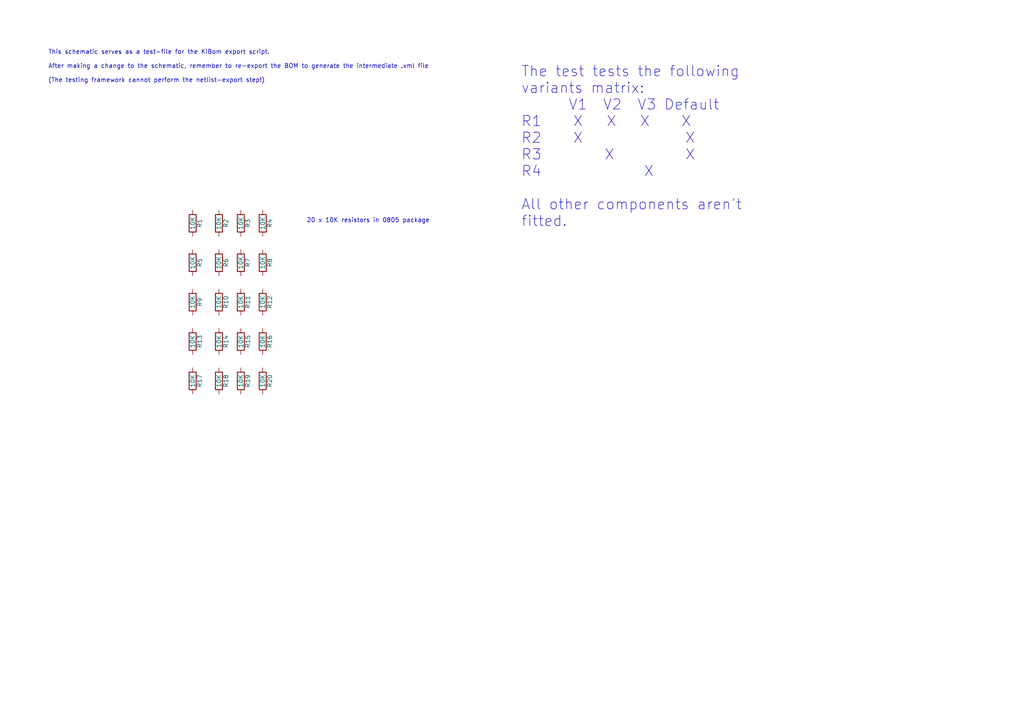
<source format=kicad_sch>
(kicad_sch (version 20230121) (generator eeschema)
  (paper "A4")
  (title_block (title "KiBom Test Schematic") (date "2020-03-12") (rev "A") (company "https://github.com/SchrodingersGat/KiBom"))
  (lib_symbols
    (symbol "Device:R" (pin_numbers hide) (pin_names (offset 0))
      (property "Reference" "R" (at 2.032 0 90))
      (property "Value" "R" (at 0 0 90))
      (symbol "R_0_1"
        (rectangle (start -1.016 -2.54) (end 1.016 2.54) (stroke (width 0.254)))
      )
      (symbol "R_1_1"
        (pin passive line (at 0 3.81 270) (length 1.27) (name "~") (number "1"))
        (pin passive line (at 0 -3.81 90) (length 1.27) (name "~") (number "2"))
      )
    )
  )
  (text "This schematic serves as a test-file for the KiBom export script.\n\nAfter making a change to the schematic, remember to re-export the BOM to generate the intermediate .xml file\n\n(The testing framework cannot perform the netlist-export step!)" (at 13.97 24.13 0) (effects (font (size 1.27 1.27)) (justify left bottom)))
  (text "The test tests the following \nvariants matrix:\n      V1  V2  V3 Default\nR1    X   X   X    X\nR2    X             X\nR3        X         X\nR4             X\n\nAll other components aren't \nfitted." (at 151.13 66.04 0) (effects (font (size 2.9972 2.9972)) (justify left bottom)))
  (text "20 x 10K resistors in 0805 package" (at 88.9 64.77 0) (effects (font (size 1.27 1.27)) (justify left bottom)))
  (symbol (lib_id "Device:R") (at 55.88 64.77 0) (unit 1)
    (property "Reference" "R1" (at 57.912 64.77 90))
    (property "Value" "10K" (at 55.88 64.77 90))
    (property "Footprint" "Resistor_SMD:R_0805_2012Metric" (effects hide))
    (property "Datasheet" "https://www.vishay.com/docs/28705/mcx0x0xpro.pdf" (effects hide))
  )
  (symbol (lib_id "Device:R") (at 63.5 64.77 0) (unit 1)
    (property "Reference" "R2" (at 65.532 64.77 90))
    (property "Value" "10K" (at 63.5 64.77 90))
    (property "Footprint" "Resistor_SMD:R_0805_2012Metric" (effects hide))
    (property "Config" "-V2,-V3,DNC" (effects hide))
  )
  (symbol (lib_id "Device:R") (at 69.85 64.77 0) (unit 1)
    (property "Reference" "R3" (at 71.882 64.77 90))
    (property "Value" "10K" (at 69.85 64.77 90))
    (property "Footprint" "Resistor_SMD:R_0805_2012Metric" (effects hide))
    (property "Config" "-V1,-V3" (effects hide))
  )
  (symbol (lib_id "Device:R") (at 76.2 64.77 0) (unit 1)
    (property "Reference" "R4" (at 78.232 64.77 90))
    (property "Value" "10K" (at 76.2 64.77 90))
    (property "Footprint" "Resistor_SMD:R_0805_2012Metric" (effects hide))
    (property "Config" "+V3" (effects hide))
  )
  (symbol (lib_id "Device:R") (at 55.88 76.2 0) (unit 1)
    (property "Reference" "R5" (at 57.912 76.2 90))
    (property "Value" "10K" (at 55.88 76.2 90))
    (property "Footprint" "Resistor_SMD:R_0805_2012Metric" (effects hide))
    (property "Config" "DNF" (effects hide))
  )
  (symbol (lib_id "Device:R") (at 63.5 76.2 0) (unit 1)
    (property "Reference" "R6" (at 65.532 76.2 90))
    (property "Value" "10K" (at 63.5 76.2 90))
    (property "Footprint" "Resistor_SMD:R_0805_2012Metric" (effects hide))
    (property "Config" "DNL" (effects hide))
  )
  (symbol (lib_id "Device:R") (at 69.85 76.2 0) (unit 1)
    (property "Reference" "R7" (at 71.882 76.2 90))
    (property "Value" "10K" (at 69.85 76.2 90))
    (property "Footprint" "Resistor_SMD:R_0805_2012Metric" (effects hide))
    (property "Config" "DNP" (effects hide))
  )
  (symbol (lib_id "Device:R") (at 76.2 76.2 0) (unit 1)
    (property "Reference" "R8" (at 78.232 76.2 90))
    (property "Value" "10K" (at 76.2 76.2 90))
    (property "Footprint" "Resistor_SMD:R_0805_2012Metric" (effects hide))
    (property "Config" "Do not fit" (effects hide))
  )
  (symbol (lib_id "Device:R") (at 55.88 87.63 0) (unit 1)
    (property "Reference" "R9" (at 57.912 87.63 90))
    (property "Value" "10K" (at 55.88 87.63 90))
    (property "Footprint" "Resistor_SMD:R_0805_2012Metric" (effects hide))
    (property "Config" "Do not place" (effects hide))
  )
  (symbol (lib_id "Device:R") (at 63.5 87.63 0) (unit 1)
    (property "Reference" "R10" (at 65.532 87.63 90))
    (property "Value" "10K" (at 63.5 87.63 90))
    (property "Footprint" "Resistor_SMD:R_0805_2012Metric" (effects hide))
    (property "Config" "Do not load" (effects hide))
  )
  (symbol (lib_id "Device:R") (at 69.85 87.63 0) (unit 1)
    (property "Reference" "R11" (at 71.882 87.63 90))
    (property "Value" "10K" (at 69.85 87.63 90))
    (property "Footprint" "Resistor_SMD:R_0805_2012Metric" (effects hide))
    (property "Config" "nofit" (effects hide))
  )
  (symbol (lib_id "Device:R") (at 76.2 87.63 0) (unit 1)
    (property "Reference" "R12" (at 78.232 87.63 90))
    (property "Value" "10K" (at 76.2 87.63 90))
    (property "Footprint" "Resistor_SMD:R_0805_2012Metric" (effects hide))
    (property "Config" "nostuff" (effects hide))
  )
  (symbol (lib_id "Device:R") (at 55.88 99.06 0) (unit 1)
    (property "Reference" "R13" (at 57.912 99.06 90))
    (property "Value" "10K" (at 55.88 99.06 90))
    (property "Footprint" "Resistor_SMD:R_0805_2012Metric" (effects hide))
    (property "Config" "noplace" (effects hide))
  )
  (symbol (lib_id "Device:R") (at 63.5 99.06 0) (unit 1)
    (property "Reference" "R14" (at 65.532 99.06 90))
    (property "Value" "10K" (at 63.5 99.06 90))
    (property "Footprint" "Resistor_SMD:R_0805_2012Metric" (effects hide))
    (property "Config" "noload" (effects hide))
  )
  (symbol (lib_id "Device:R") (at 69.85 99.06 0) (unit 1)
    (property "Reference" "R15" (at 71.882 99.06 90))
    (property "Value" "10K" (at 69.85 99.06 90))
    (property "Footprint" "Resistor_SMD:R_0805_2012Metric" (effects hide))
    (property "Config" "not fitted" (effects hide))
  )
  (symbol (lib_id "Device:R") (at 76.2 99.06 0) (unit 1)
    (property "Reference" "R16" (at 78.232 99.06 90))
    (property "Value" "10K" (at 76.2 99.06 90))
    (property "Footprint" "Resistor_SMD:R_0805_2012Metric" (effects hide))
    (property "Config" "not loaded" (effects hide))
  )
  (symbol (lib_id "Device:R") (at 55.88 110.49 0) (unit 1)
    (property "Reference" "R17" (at 57.912 110.49 90))
    (property "Value" "10K" (at 55.88 110.49 90))
    (property "Footprint" "Resistor_SMD:R_0805_2012Metric" (effects hide))
    (property "Config" "not placed" (effects hide))
  )
  (symbol (lib_id "Device:R") (at 63.5 110.49 0) (unit 1)
    (property "Reference" "R18" (at 65.532 110.49 90))
    (property "Value" "10K" (at 63.5 110.49 90))
    (property "Footprint" "Resistor_SMD:R_0805_2012Metric" (effects hide))
    (property "Config" "no stuff" (effects hide))
  )
  (symbol (lib_id "Device:R") (at 69.85 110.49 0) (unit 1)
    (property "Reference" "R19" (at 71.882 110.49 90))
    (property "Value" "10K" (at 69.85 110.49 90))
    (property "Footprint" "Resistor_SMD:R_0805_2012Metric" (effects hide))
    (property "Config" "bla bla DNF ble DNC ble " (effects hide))
  )
  (symbol (lib_id "Device:R") (at 76.2 110.49 0) (unit 1)
    (property "Reference" "R20" (at 78.232 110.49 90))
    (property "Value" "10K" (at 76.2 110.49 90))
    (property "Footprint" "Resistor_SMD:R_0805_2012Metric" (effects hide))
    (property "Config" "bla,bla,DNF,ble" (effects hide))
  )
)
</source>
